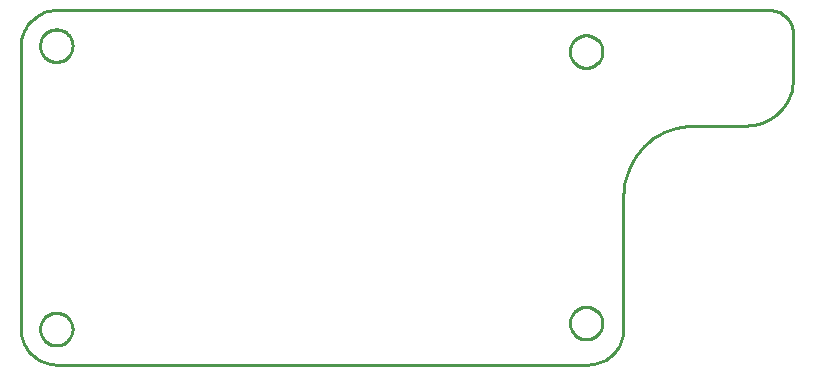
<source format=gbr>
G04 EAGLE Gerber RS-274X export*
G75*
%MOMM*%
%FSLAX34Y34*%
%LPD*%
%IN*%
%IPPOS*%
%AMOC8*
5,1,8,0,0,1.08239X$1,22.5*%
G01*
G04 Define Apertures*
%ADD10C,0.254000*%
D10*
X-443600Y30000D02*
X-443486Y27385D01*
X-443144Y24791D01*
X-442578Y22235D01*
X-441791Y19739D01*
X-440789Y17321D01*
X-439581Y15000D01*
X-438175Y12793D01*
X-436581Y10716D01*
X-434813Y8787D01*
X-432884Y7019D01*
X-430807Y5425D01*
X-428600Y4019D01*
X-426279Y2811D01*
X-423861Y1809D01*
X-421365Y1022D01*
X-418809Y456D01*
X-416215Y114D01*
X-413600Y0D01*
X36400Y0D01*
X39015Y114D01*
X41609Y456D01*
X44165Y1022D01*
X46661Y1809D01*
X49079Y2811D01*
X51400Y4019D01*
X53607Y5425D01*
X55684Y7019D01*
X57613Y8787D01*
X59381Y10716D01*
X60975Y12793D01*
X62381Y15000D01*
X63589Y17321D01*
X64591Y19739D01*
X65378Y22235D01*
X65944Y24791D01*
X66286Y27385D01*
X66400Y30000D01*
X66400Y142300D01*
X66628Y147529D01*
X67312Y152719D01*
X68444Y157829D01*
X70018Y162821D01*
X72022Y167657D01*
X74438Y172300D01*
X77251Y176715D01*
X80437Y180867D01*
X83974Y184726D01*
X87833Y188263D01*
X91985Y191449D01*
X96400Y194262D01*
X101043Y196678D01*
X105879Y198682D01*
X110871Y200256D01*
X115981Y201388D01*
X121171Y202072D01*
X126400Y202300D01*
X170300Y202300D01*
X173786Y202452D01*
X177246Y202908D01*
X180653Y203663D01*
X183981Y204712D01*
X187205Y206048D01*
X190300Y207659D01*
X193243Y209534D01*
X196012Y211658D01*
X198584Y214016D01*
X200942Y216589D01*
X203066Y219357D01*
X204941Y222300D01*
X206552Y225395D01*
X207888Y228619D01*
X208937Y231947D01*
X209692Y235354D01*
X210148Y238814D01*
X210300Y242300D01*
X210300Y280000D01*
X210224Y281743D01*
X209996Y283473D01*
X209619Y285176D01*
X209094Y286840D01*
X208426Y288452D01*
X207621Y290000D01*
X206683Y291472D01*
X205621Y292856D01*
X204442Y294142D01*
X203156Y295321D01*
X201772Y296383D01*
X200300Y297321D01*
X198752Y298126D01*
X197140Y298794D01*
X195476Y299319D01*
X193773Y299696D01*
X192043Y299924D01*
X190300Y300000D01*
X-413600Y300000D01*
X-416215Y299886D01*
X-418809Y299544D01*
X-421365Y298978D01*
X-423861Y298191D01*
X-426279Y297189D01*
X-428600Y295981D01*
X-430807Y294575D01*
X-432884Y292981D01*
X-434813Y291213D01*
X-436581Y289284D01*
X-438175Y287207D01*
X-439581Y285000D01*
X-440789Y282679D01*
X-441791Y280261D01*
X-442578Y277765D01*
X-443144Y275209D01*
X-443486Y272615D01*
X-443600Y270000D01*
X-443600Y30000D01*
X48750Y34509D02*
X48750Y35491D01*
X48680Y36471D01*
X48540Y37443D01*
X48331Y38403D01*
X48055Y39345D01*
X47711Y40265D01*
X47303Y41159D01*
X46833Y42021D01*
X46302Y42847D01*
X45713Y43633D01*
X45070Y44375D01*
X44375Y45070D01*
X43633Y45713D01*
X42847Y46302D01*
X42021Y46833D01*
X41159Y47303D01*
X40265Y47711D01*
X39345Y48055D01*
X38403Y48331D01*
X37443Y48540D01*
X36471Y48680D01*
X35491Y48750D01*
X34509Y48750D01*
X33529Y48680D01*
X32557Y48540D01*
X31597Y48331D01*
X30655Y48055D01*
X29735Y47711D01*
X28841Y47303D01*
X27979Y46833D01*
X27153Y46302D01*
X26367Y45713D01*
X25625Y45070D01*
X24930Y44375D01*
X24287Y43633D01*
X23698Y42847D01*
X23167Y42021D01*
X22697Y41159D01*
X22289Y40265D01*
X21945Y39345D01*
X21669Y38403D01*
X21460Y37443D01*
X21320Y36471D01*
X21250Y35491D01*
X21250Y34509D01*
X21320Y33529D01*
X21460Y32557D01*
X21669Y31597D01*
X21945Y30655D01*
X22289Y29735D01*
X22697Y28841D01*
X23167Y27979D01*
X23698Y27153D01*
X24287Y26367D01*
X24930Y25625D01*
X25625Y24930D01*
X26367Y24287D01*
X27153Y23698D01*
X27979Y23167D01*
X28841Y22697D01*
X29735Y22289D01*
X30655Y21945D01*
X31597Y21669D01*
X32557Y21460D01*
X33529Y21320D01*
X34509Y21250D01*
X35491Y21250D01*
X36471Y21320D01*
X37443Y21460D01*
X38403Y21669D01*
X39345Y21945D01*
X40265Y22289D01*
X41159Y22697D01*
X42021Y23167D01*
X42847Y23698D01*
X43633Y24287D01*
X44375Y24930D01*
X45070Y25625D01*
X45713Y26367D01*
X46302Y27153D01*
X46833Y27979D01*
X47303Y28841D01*
X47711Y29735D01*
X48055Y30655D01*
X48331Y31597D01*
X48540Y32557D01*
X48680Y33529D01*
X48750Y34509D01*
X48750Y264509D02*
X48750Y265491D01*
X48680Y266471D01*
X48540Y267443D01*
X48331Y268403D01*
X48055Y269345D01*
X47711Y270265D01*
X47303Y271159D01*
X46833Y272021D01*
X46302Y272847D01*
X45713Y273633D01*
X45070Y274375D01*
X44375Y275070D01*
X43633Y275713D01*
X42847Y276302D01*
X42021Y276833D01*
X41159Y277303D01*
X40265Y277711D01*
X39345Y278055D01*
X38403Y278331D01*
X37443Y278540D01*
X36471Y278680D01*
X35491Y278750D01*
X34509Y278750D01*
X33529Y278680D01*
X32557Y278540D01*
X31597Y278331D01*
X30655Y278055D01*
X29735Y277711D01*
X28841Y277303D01*
X27979Y276833D01*
X27153Y276302D01*
X26367Y275713D01*
X25625Y275070D01*
X24930Y274375D01*
X24287Y273633D01*
X23698Y272847D01*
X23167Y272021D01*
X22697Y271159D01*
X22289Y270265D01*
X21945Y269345D01*
X21669Y268403D01*
X21460Y267443D01*
X21320Y266471D01*
X21250Y265491D01*
X21250Y264509D01*
X21320Y263529D01*
X21460Y262557D01*
X21669Y261597D01*
X21945Y260655D01*
X22289Y259735D01*
X22697Y258841D01*
X23167Y257979D01*
X23698Y257153D01*
X24287Y256367D01*
X24930Y255625D01*
X25625Y254930D01*
X26367Y254287D01*
X27153Y253698D01*
X27979Y253167D01*
X28841Y252697D01*
X29735Y252289D01*
X30655Y251945D01*
X31597Y251669D01*
X32557Y251460D01*
X33529Y251320D01*
X34509Y251250D01*
X35491Y251250D01*
X36471Y251320D01*
X37443Y251460D01*
X38403Y251669D01*
X39345Y251945D01*
X40265Y252289D01*
X41159Y252697D01*
X42021Y253167D01*
X42847Y253698D01*
X43633Y254287D01*
X44375Y254930D01*
X45070Y255625D01*
X45713Y256367D01*
X46302Y257153D01*
X46833Y257979D01*
X47303Y258841D01*
X47711Y259735D01*
X48055Y260655D01*
X48331Y261597D01*
X48540Y262557D01*
X48680Y263529D01*
X48750Y264509D01*
X-399850Y29509D02*
X-399850Y30491D01*
X-399920Y31471D01*
X-400060Y32443D01*
X-400269Y33403D01*
X-400545Y34345D01*
X-400889Y35265D01*
X-401297Y36159D01*
X-401767Y37021D01*
X-402298Y37847D01*
X-402887Y38633D01*
X-403530Y39375D01*
X-404225Y40070D01*
X-404967Y40713D01*
X-405753Y41302D01*
X-406579Y41833D01*
X-407441Y42303D01*
X-408335Y42711D01*
X-409255Y43055D01*
X-410197Y43331D01*
X-411157Y43540D01*
X-412129Y43680D01*
X-413109Y43750D01*
X-414091Y43750D01*
X-415071Y43680D01*
X-416043Y43540D01*
X-417003Y43331D01*
X-417945Y43055D01*
X-418865Y42711D01*
X-419759Y42303D01*
X-420621Y41833D01*
X-421447Y41302D01*
X-422233Y40713D01*
X-422975Y40070D01*
X-423670Y39375D01*
X-424313Y38633D01*
X-424902Y37847D01*
X-425433Y37021D01*
X-425903Y36159D01*
X-426311Y35265D01*
X-426655Y34345D01*
X-426931Y33403D01*
X-427140Y32443D01*
X-427280Y31471D01*
X-427350Y30491D01*
X-427350Y29509D01*
X-427280Y28529D01*
X-427140Y27557D01*
X-426931Y26597D01*
X-426655Y25655D01*
X-426311Y24735D01*
X-425903Y23841D01*
X-425433Y22979D01*
X-424902Y22153D01*
X-424313Y21367D01*
X-423670Y20625D01*
X-422975Y19930D01*
X-422233Y19287D01*
X-421447Y18698D01*
X-420621Y18167D01*
X-419759Y17697D01*
X-418865Y17289D01*
X-417945Y16945D01*
X-417003Y16669D01*
X-416043Y16460D01*
X-415071Y16320D01*
X-414091Y16250D01*
X-413109Y16250D01*
X-412129Y16320D01*
X-411157Y16460D01*
X-410197Y16669D01*
X-409255Y16945D01*
X-408335Y17289D01*
X-407441Y17697D01*
X-406579Y18167D01*
X-405753Y18698D01*
X-404967Y19287D01*
X-404225Y19930D01*
X-403530Y20625D01*
X-402887Y21367D01*
X-402298Y22153D01*
X-401767Y22979D01*
X-401297Y23841D01*
X-400889Y24735D01*
X-400545Y25655D01*
X-400269Y26597D01*
X-400060Y27557D01*
X-399920Y28529D01*
X-399850Y29509D01*
X-399850Y269509D02*
X-399850Y270491D01*
X-399920Y271471D01*
X-400060Y272443D01*
X-400269Y273403D01*
X-400545Y274345D01*
X-400889Y275265D01*
X-401297Y276159D01*
X-401767Y277021D01*
X-402298Y277847D01*
X-402887Y278633D01*
X-403530Y279375D01*
X-404225Y280070D01*
X-404967Y280713D01*
X-405753Y281302D01*
X-406579Y281833D01*
X-407441Y282303D01*
X-408335Y282711D01*
X-409255Y283055D01*
X-410197Y283331D01*
X-411157Y283540D01*
X-412129Y283680D01*
X-413109Y283750D01*
X-414091Y283750D01*
X-415071Y283680D01*
X-416043Y283540D01*
X-417003Y283331D01*
X-417945Y283055D01*
X-418865Y282711D01*
X-419759Y282303D01*
X-420621Y281833D01*
X-421447Y281302D01*
X-422233Y280713D01*
X-422975Y280070D01*
X-423670Y279375D01*
X-424313Y278633D01*
X-424902Y277847D01*
X-425433Y277021D01*
X-425903Y276159D01*
X-426311Y275265D01*
X-426655Y274345D01*
X-426931Y273403D01*
X-427140Y272443D01*
X-427280Y271471D01*
X-427350Y270491D01*
X-427350Y269509D01*
X-427280Y268529D01*
X-427140Y267557D01*
X-426931Y266597D01*
X-426655Y265655D01*
X-426311Y264735D01*
X-425903Y263841D01*
X-425433Y262979D01*
X-424902Y262153D01*
X-424313Y261367D01*
X-423670Y260625D01*
X-422975Y259930D01*
X-422233Y259287D01*
X-421447Y258698D01*
X-420621Y258167D01*
X-419759Y257697D01*
X-418865Y257289D01*
X-417945Y256945D01*
X-417003Y256669D01*
X-416043Y256460D01*
X-415071Y256320D01*
X-414091Y256250D01*
X-413109Y256250D01*
X-412129Y256320D01*
X-411157Y256460D01*
X-410197Y256669D01*
X-409255Y256945D01*
X-408335Y257289D01*
X-407441Y257697D01*
X-406579Y258167D01*
X-405753Y258698D01*
X-404967Y259287D01*
X-404225Y259930D01*
X-403530Y260625D01*
X-402887Y261367D01*
X-402298Y262153D01*
X-401767Y262979D01*
X-401297Y263841D01*
X-400889Y264735D01*
X-400545Y265655D01*
X-400269Y266597D01*
X-400060Y267557D01*
X-399920Y268529D01*
X-399850Y269509D01*
M02*

</source>
